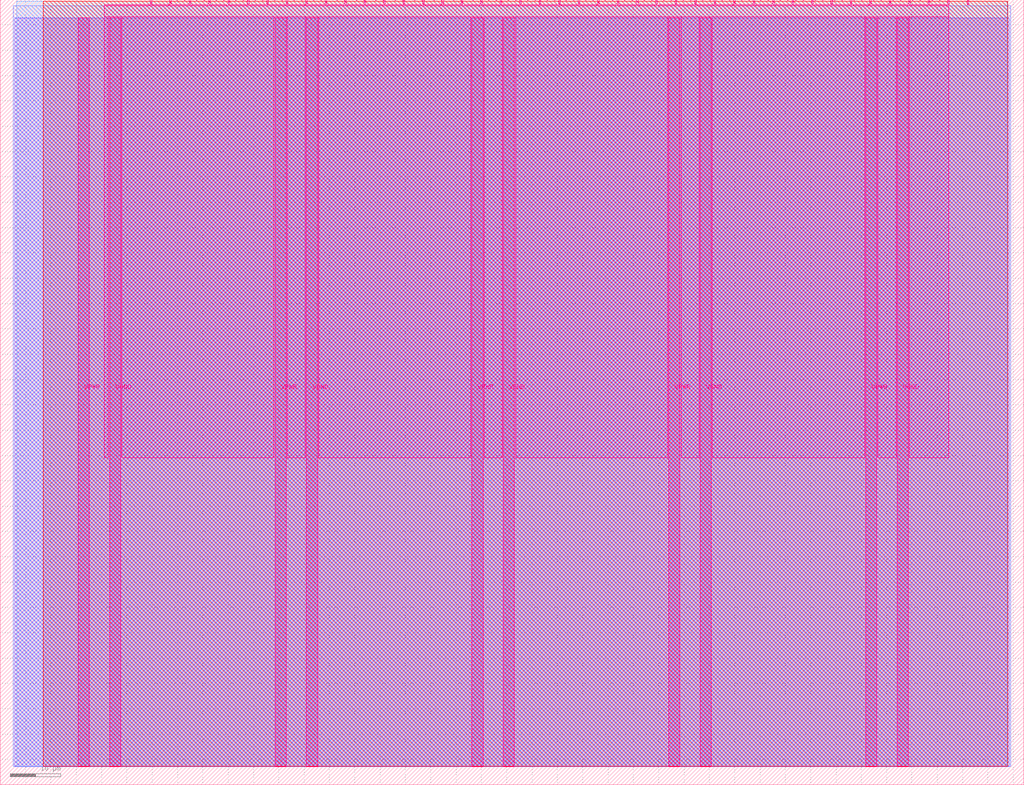
<source format=lef>
VERSION 5.7 ;
  NOWIREEXTENSIONATPIN ON ;
  DIVIDERCHAR "/" ;
  BUSBITCHARS "[]" ;
MACRO tt_um_hpdl1414_uart_atudoroi
  CLASS BLOCK ;
  FOREIGN tt_um_hpdl1414_uart_atudoroi ;
  ORIGIN 0.000 0.000 ;
  SIZE 202.080 BY 154.980 ;
  PIN VGND
    DIRECTION INOUT ;
    USE GROUND ;
    PORT
      LAYER Metal5 ;
        RECT 21.580 3.560 23.780 151.420 ;
    END
    PORT
      LAYER Metal5 ;
        RECT 60.450 3.560 62.650 151.420 ;
    END
    PORT
      LAYER Metal5 ;
        RECT 99.320 3.560 101.520 151.420 ;
    END
    PORT
      LAYER Metal5 ;
        RECT 138.190 3.560 140.390 151.420 ;
    END
    PORT
      LAYER Metal5 ;
        RECT 177.060 3.560 179.260 151.420 ;
    END
  END VGND
  PIN VPWR
    DIRECTION INOUT ;
    USE POWER ;
    PORT
      LAYER Metal5 ;
        RECT 15.380 3.560 17.580 151.420 ;
    END
    PORT
      LAYER Metal5 ;
        RECT 54.250 3.560 56.450 151.420 ;
    END
    PORT
      LAYER Metal5 ;
        RECT 93.120 3.560 95.320 151.420 ;
    END
    PORT
      LAYER Metal5 ;
        RECT 131.990 3.560 134.190 151.420 ;
    END
    PORT
      LAYER Metal5 ;
        RECT 170.860 3.560 173.060 151.420 ;
    END
  END VPWR
  PIN clk
    DIRECTION INPUT ;
    USE SIGNAL ;
    ANTENNAGATEAREA 0.213200 ;
    PORT
      LAYER Metal5 ;
        RECT 187.050 153.980 187.350 154.980 ;
    END
  END clk
  PIN ena
    DIRECTION INPUT ;
    USE SIGNAL ;
    PORT
      LAYER Metal5 ;
        RECT 190.890 153.980 191.190 154.980 ;
    END
  END ena
  PIN rst_n
    DIRECTION INPUT ;
    USE SIGNAL ;
    ANTENNAGATEAREA 0.725400 ;
    PORT
      LAYER Metal5 ;
        RECT 183.210 153.980 183.510 154.980 ;
    END
  END rst_n
  PIN ui_in[0]
    DIRECTION INPUT ;
    USE SIGNAL ;
    PORT
      LAYER Metal5 ;
        RECT 179.370 153.980 179.670 154.980 ;
    END
  END ui_in[0]
  PIN ui_in[1]
    DIRECTION INPUT ;
    USE SIGNAL ;
    PORT
      LAYER Metal5 ;
        RECT 175.530 153.980 175.830 154.980 ;
    END
  END ui_in[1]
  PIN ui_in[2]
    DIRECTION INPUT ;
    USE SIGNAL ;
    PORT
      LAYER Metal5 ;
        RECT 171.690 153.980 171.990 154.980 ;
    END
  END ui_in[2]
  PIN ui_in[3]
    DIRECTION INPUT ;
    USE SIGNAL ;
    PORT
      LAYER Metal5 ;
        RECT 167.850 153.980 168.150 154.980 ;
    END
  END ui_in[3]
  PIN ui_in[4]
    DIRECTION INPUT ;
    USE SIGNAL ;
    PORT
      LAYER Metal5 ;
        RECT 164.010 153.980 164.310 154.980 ;
    END
  END ui_in[4]
  PIN ui_in[5]
    DIRECTION INPUT ;
    USE SIGNAL ;
    PORT
      LAYER Metal5 ;
        RECT 160.170 153.980 160.470 154.980 ;
    END
  END ui_in[5]
  PIN ui_in[6]
    DIRECTION INPUT ;
    USE SIGNAL ;
    PORT
      LAYER Metal5 ;
        RECT 156.330 153.980 156.630 154.980 ;
    END
  END ui_in[6]
  PIN ui_in[7]
    DIRECTION INPUT ;
    USE SIGNAL ;
    PORT
      LAYER Metal5 ;
        RECT 152.490 153.980 152.790 154.980 ;
    END
  END ui_in[7]
  PIN uio_in[0]
    DIRECTION INPUT ;
    USE SIGNAL ;
    PORT
      LAYER Metal5 ;
        RECT 148.650 153.980 148.950 154.980 ;
    END
  END uio_in[0]
  PIN uio_in[1]
    DIRECTION INPUT ;
    USE SIGNAL ;
    PORT
      LAYER Metal5 ;
        RECT 144.810 153.980 145.110 154.980 ;
    END
  END uio_in[1]
  PIN uio_in[2]
    DIRECTION INPUT ;
    USE SIGNAL ;
    PORT
      LAYER Metal5 ;
        RECT 140.970 153.980 141.270 154.980 ;
    END
  END uio_in[2]
  PIN uio_in[3]
    DIRECTION INPUT ;
    USE SIGNAL ;
    ANTENNAGATEAREA 0.180700 ;
    PORT
      LAYER Metal5 ;
        RECT 137.130 153.980 137.430 154.980 ;
    END
  END uio_in[3]
  PIN uio_in[4]
    DIRECTION INPUT ;
    USE SIGNAL ;
    PORT
      LAYER Metal5 ;
        RECT 133.290 153.980 133.590 154.980 ;
    END
  END uio_in[4]
  PIN uio_in[5]
    DIRECTION INPUT ;
    USE SIGNAL ;
    PORT
      LAYER Metal5 ;
        RECT 129.450 153.980 129.750 154.980 ;
    END
  END uio_in[5]
  PIN uio_in[6]
    DIRECTION INPUT ;
    USE SIGNAL ;
    PORT
      LAYER Metal5 ;
        RECT 125.610 153.980 125.910 154.980 ;
    END
  END uio_in[6]
  PIN uio_in[7]
    DIRECTION INPUT ;
    USE SIGNAL ;
    PORT
      LAYER Metal5 ;
        RECT 121.770 153.980 122.070 154.980 ;
    END
  END uio_in[7]
  PIN uio_oe[0]
    DIRECTION OUTPUT ;
    USE SIGNAL ;
    ANTENNADIFFAREA 0.299200 ;
    PORT
      LAYER Metal5 ;
        RECT 56.490 153.980 56.790 154.980 ;
    END
  END uio_oe[0]
  PIN uio_oe[1]
    DIRECTION OUTPUT ;
    USE SIGNAL ;
    ANTENNADIFFAREA 0.392700 ;
    PORT
      LAYER Metal5 ;
        RECT 52.650 153.980 52.950 154.980 ;
    END
  END uio_oe[1]
  PIN uio_oe[2]
    DIRECTION OUTPUT ;
    USE SIGNAL ;
    ANTENNADIFFAREA 0.392700 ;
    PORT
      LAYER Metal5 ;
        RECT 48.810 153.980 49.110 154.980 ;
    END
  END uio_oe[2]
  PIN uio_oe[3]
    DIRECTION OUTPUT ;
    USE SIGNAL ;
    ANTENNADIFFAREA 0.392700 ;
    PORT
      LAYER Metal5 ;
        RECT 44.970 153.980 45.270 154.980 ;
    END
  END uio_oe[3]
  PIN uio_oe[4]
    DIRECTION OUTPUT ;
    USE SIGNAL ;
    ANTENNADIFFAREA 0.392700 ;
    PORT
      LAYER Metal5 ;
        RECT 41.130 153.980 41.430 154.980 ;
    END
  END uio_oe[4]
  PIN uio_oe[5]
    DIRECTION OUTPUT ;
    USE SIGNAL ;
    ANTENNADIFFAREA 0.392700 ;
    PORT
      LAYER Metal5 ;
        RECT 37.290 153.980 37.590 154.980 ;
    END
  END uio_oe[5]
  PIN uio_oe[6]
    DIRECTION OUTPUT ;
    USE SIGNAL ;
    ANTENNADIFFAREA 0.392700 ;
    PORT
      LAYER Metal5 ;
        RECT 33.450 153.980 33.750 154.980 ;
    END
  END uio_oe[6]
  PIN uio_oe[7]
    DIRECTION OUTPUT ;
    USE SIGNAL ;
    ANTENNADIFFAREA 0.392700 ;
    PORT
      LAYER Metal5 ;
        RECT 29.610 153.980 29.910 154.980 ;
    END
  END uio_oe[7]
  PIN uio_out[0]
    DIRECTION OUTPUT ;
    USE SIGNAL ;
    ANTENNADIFFAREA 0.654800 ;
    PORT
      LAYER Metal5 ;
        RECT 87.210 153.980 87.510 154.980 ;
    END
  END uio_out[0]
  PIN uio_out[1]
    DIRECTION OUTPUT ;
    USE SIGNAL ;
    ANTENNADIFFAREA 0.654800 ;
    PORT
      LAYER Metal5 ;
        RECT 83.370 153.980 83.670 154.980 ;
    END
  END uio_out[1]
  PIN uio_out[2]
    DIRECTION OUTPUT ;
    USE SIGNAL ;
    ANTENNADIFFAREA 0.654800 ;
    PORT
      LAYER Metal5 ;
        RECT 79.530 153.980 79.830 154.980 ;
    END
  END uio_out[2]
  PIN uio_out[3]
    DIRECTION OUTPUT ;
    USE SIGNAL ;
    ANTENNADIFFAREA 0.654800 ;
    PORT
      LAYER Metal5 ;
        RECT 75.690 153.980 75.990 154.980 ;
    END
  END uio_out[3]
  PIN uio_out[4]
    DIRECTION OUTPUT ;
    USE SIGNAL ;
    ANTENNADIFFAREA 0.654800 ;
    PORT
      LAYER Metal5 ;
        RECT 71.850 153.980 72.150 154.980 ;
    END
  END uio_out[4]
  PIN uio_out[5]
    DIRECTION OUTPUT ;
    USE SIGNAL ;
    ANTENNADIFFAREA 0.654800 ;
    PORT
      LAYER Metal5 ;
        RECT 68.010 153.980 68.310 154.980 ;
    END
  END uio_out[5]
  PIN uio_out[6]
    DIRECTION OUTPUT ;
    USE SIGNAL ;
    ANTENNADIFFAREA 0.299200 ;
    PORT
      LAYER Metal5 ;
        RECT 64.170 153.980 64.470 154.980 ;
    END
  END uio_out[6]
  PIN uio_out[7]
    DIRECTION OUTPUT ;
    USE SIGNAL ;
    ANTENNADIFFAREA 0.299200 ;
    PORT
      LAYER Metal5 ;
        RECT 60.330 153.980 60.630 154.980 ;
    END
  END uio_out[7]
  PIN uo_out[0]
    DIRECTION OUTPUT ;
    USE SIGNAL ;
    ANTENNADIFFAREA 0.654800 ;
    PORT
      LAYER Metal5 ;
        RECT 117.930 153.980 118.230 154.980 ;
    END
  END uo_out[0]
  PIN uo_out[1]
    DIRECTION OUTPUT ;
    USE SIGNAL ;
    ANTENNADIFFAREA 0.654800 ;
    PORT
      LAYER Metal5 ;
        RECT 114.090 153.980 114.390 154.980 ;
    END
  END uo_out[1]
  PIN uo_out[2]
    DIRECTION OUTPUT ;
    USE SIGNAL ;
    ANTENNADIFFAREA 0.654800 ;
    PORT
      LAYER Metal5 ;
        RECT 110.250 153.980 110.550 154.980 ;
    END
  END uo_out[2]
  PIN uo_out[3]
    DIRECTION OUTPUT ;
    USE SIGNAL ;
    ANTENNADIFFAREA 0.654800 ;
    PORT
      LAYER Metal5 ;
        RECT 106.410 153.980 106.710 154.980 ;
    END
  END uo_out[3]
  PIN uo_out[4]
    DIRECTION OUTPUT ;
    USE SIGNAL ;
    ANTENNADIFFAREA 0.654800 ;
    PORT
      LAYER Metal5 ;
        RECT 102.570 153.980 102.870 154.980 ;
    END
  END uo_out[4]
  PIN uo_out[5]
    DIRECTION OUTPUT ;
    USE SIGNAL ;
    ANTENNADIFFAREA 0.654800 ;
    PORT
      LAYER Metal5 ;
        RECT 98.730 153.980 99.030 154.980 ;
    END
  END uo_out[5]
  PIN uo_out[6]
    DIRECTION OUTPUT ;
    USE SIGNAL ;
    ANTENNADIFFAREA 0.654800 ;
    PORT
      LAYER Metal5 ;
        RECT 94.890 153.980 95.190 154.980 ;
    END
  END uo_out[6]
  PIN uo_out[7]
    DIRECTION OUTPUT ;
    USE SIGNAL ;
    ANTENNADIFFAREA 0.299200 ;
    PORT
      LAYER Metal5 ;
        RECT 91.050 153.980 91.350 154.980 ;
    END
  END uo_out[7]
  OBS
      LAYER GatPoly ;
        RECT 2.880 3.630 199.200 151.350 ;
      LAYER Metal1 ;
        RECT 2.880 3.560 199.200 151.420 ;
      LAYER Metal2 ;
        RECT 2.605 3.680 199.475 153.820 ;
      LAYER Metal3 ;
        RECT 3.260 3.635 198.820 154.705 ;
      LAYER Metal4 ;
        RECT 8.495 3.680 198.865 154.660 ;
      LAYER Metal5 ;
        RECT 20.540 153.770 29.400 153.980 ;
        RECT 30.120 153.770 33.240 153.980 ;
        RECT 33.960 153.770 37.080 153.980 ;
        RECT 37.800 153.770 40.920 153.980 ;
        RECT 41.640 153.770 44.760 153.980 ;
        RECT 45.480 153.770 48.600 153.980 ;
        RECT 49.320 153.770 52.440 153.980 ;
        RECT 53.160 153.770 56.280 153.980 ;
        RECT 57.000 153.770 60.120 153.980 ;
        RECT 60.840 153.770 63.960 153.980 ;
        RECT 64.680 153.770 67.800 153.980 ;
        RECT 68.520 153.770 71.640 153.980 ;
        RECT 72.360 153.770 75.480 153.980 ;
        RECT 76.200 153.770 79.320 153.980 ;
        RECT 80.040 153.770 83.160 153.980 ;
        RECT 83.880 153.770 87.000 153.980 ;
        RECT 87.720 153.770 90.840 153.980 ;
        RECT 91.560 153.770 94.680 153.980 ;
        RECT 95.400 153.770 98.520 153.980 ;
        RECT 99.240 153.770 102.360 153.980 ;
        RECT 103.080 153.770 106.200 153.980 ;
        RECT 106.920 153.770 110.040 153.980 ;
        RECT 110.760 153.770 113.880 153.980 ;
        RECT 114.600 153.770 117.720 153.980 ;
        RECT 118.440 153.770 121.560 153.980 ;
        RECT 122.280 153.770 125.400 153.980 ;
        RECT 126.120 153.770 129.240 153.980 ;
        RECT 129.960 153.770 133.080 153.980 ;
        RECT 133.800 153.770 136.920 153.980 ;
        RECT 137.640 153.770 140.760 153.980 ;
        RECT 141.480 153.770 144.600 153.980 ;
        RECT 145.320 153.770 148.440 153.980 ;
        RECT 149.160 153.770 152.280 153.980 ;
        RECT 153.000 153.770 156.120 153.980 ;
        RECT 156.840 153.770 159.960 153.980 ;
        RECT 160.680 153.770 163.800 153.980 ;
        RECT 164.520 153.770 167.640 153.980 ;
        RECT 168.360 153.770 171.480 153.980 ;
        RECT 172.200 153.770 175.320 153.980 ;
        RECT 176.040 153.770 179.160 153.980 ;
        RECT 179.880 153.770 183.000 153.980 ;
        RECT 183.720 153.770 186.840 153.980 ;
        RECT 20.540 151.630 187.300 153.770 ;
        RECT 20.540 64.535 21.370 151.630 ;
        RECT 23.990 64.535 54.040 151.630 ;
        RECT 56.660 64.535 60.240 151.630 ;
        RECT 62.860 64.535 92.910 151.630 ;
        RECT 95.530 64.535 99.110 151.630 ;
        RECT 101.730 64.535 131.780 151.630 ;
        RECT 134.400 64.535 137.980 151.630 ;
        RECT 140.600 64.535 170.650 151.630 ;
        RECT 173.270 64.535 176.850 151.630 ;
        RECT 179.470 64.535 187.300 151.630 ;
  END
END tt_um_hpdl1414_uart_atudoroi
END LIBRARY


</source>
